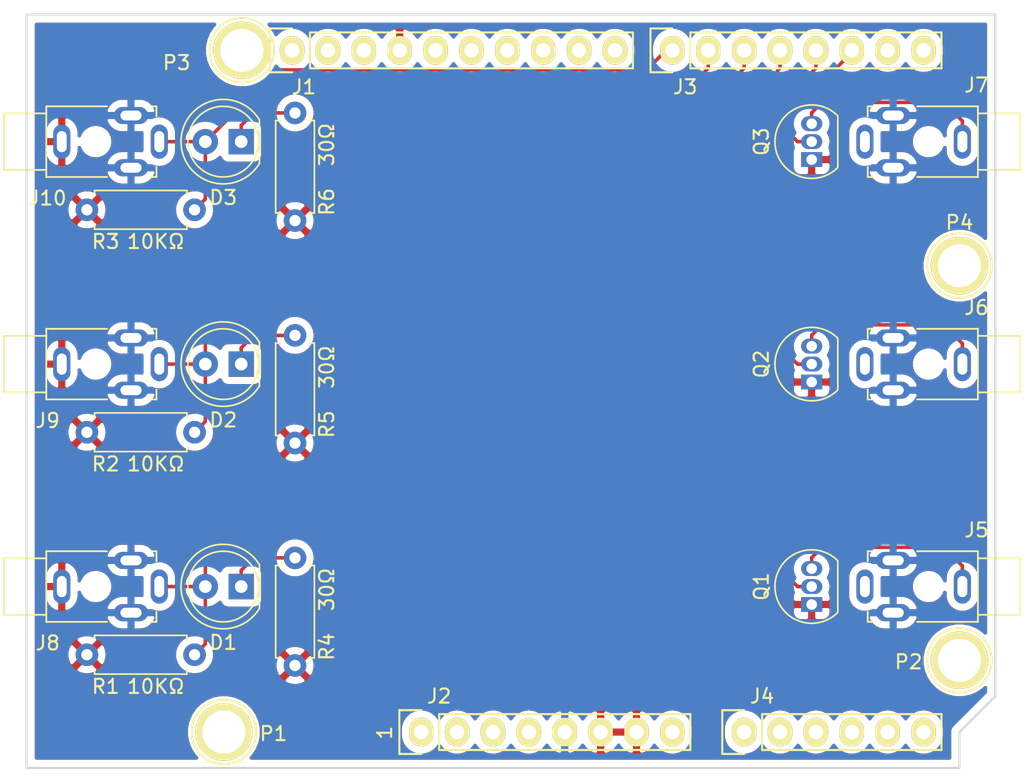
<source format=kicad_pcb>
(kicad_pcb (version 20171130) (host pcbnew "(5.1.5)-3")
  (title_block (date "lun. 30 mars 2015"))
  (layers (0 F.Cu signal) (31 B.Cu signal) (34 B.Paste user hide) (35 F.Paste user hide) (36 B.SilkS user) (37 F.SilkS user) (38 B.Mask user hide) (39 F.Mask user hide) (44 Edge.Cuts user))
  (net 0 "")
  (net 1 GND)
  (net 2 "3(**)")
  (net 3 "Net-(D1-Pad1)")
  (net 4 +5V)
  (net 5 "Net-(J5-Pad1)")
  (net 6 2)
  (net 7 4)
  (net 8 "5(**)")
  (net 9 "6(**)")
  (net 10 7)
  (net 11 "Net-(D2-Pad1)")
  (net 12 "Net-(D3-Pad1)")
  (net 13 "Net-(J6-Pad1)")
  (net 14 "Net-(J7-Pad1)")
  (module conduWIT_parts:TO-92_Inline (layer F.Cu) (at 166.578 99.046 90)
    (fp_text reference Q2 (at 1.27 -3.56 90) (layer F.SilkS))
    (fp_text value PN2222A)
    (fp_arc (start 1.27 0) (end 1.27 -2.6) (angle 135) (layer F.SilkS) (width 0.12))
    (fp_arc (start 1.27 0) (end 1.27 -2.6) (angle -135) (layer F.SilkS) (width 0.12))
    (fp_line (start -0.53 1.85) (end 3.07 1.85) (layer F.SilkS) (width 0.12))
    (pad 1 thru_hole rect (at 0 0 90) (size 1.05 1.5) (drill 0.75) (layers *.Cu *.Mask) (net 1 GND))
    (pad 3 thru_hole oval (at 2.54 0 90) (size 1.05 1.5) (drill 0.75) (layers *.Cu *.Mask) (net 13 "Net-(J6-Pad1)"))
    (pad 2 thru_hole oval (at 1.27 0 90) (size 1.05 1.5) (drill 0.75) (layers *.Cu *.Mask) (net 2 "3(**)"))
  )
  (module conduWIT_parts:TO-92_Inline (layer F.Cu) (at 166.578 114.794 90)
    (fp_text reference Q1 (at 1.27 -3.56 90) (layer F.SilkS))
    (fp_text value PN2222A)
    (fp_arc (start 1.27 0) (end 1.27 -2.6) (angle 135) (layer F.SilkS) (width 0.12))
    (fp_arc (start 1.27 0) (end 1.27 -2.6) (angle -135) (layer F.SilkS) (width 0.12))
    (fp_line (start -0.53 1.85) (end 3.07 1.85) (layer F.SilkS) (width 0.12))
    (pad 1 thru_hole rect (at 0 0 90) (size 1.05 1.5) (drill 0.75) (layers *.Cu *.Mask) (net 1 GND))
    (pad 3 thru_hole oval (at 2.54 0 90) (size 1.05 1.5) (drill 0.75) (layers *.Cu *.Mask) (net 5 "Net-(J5-Pad1)"))
    (pad 2 thru_hole oval (at 1.27 0 90) (size 1.05 1.5) (drill 0.75) (layers *.Cu *.Mask) (net 7 4))
  )
  (module conduWIT_parts:TO-92_Inline (layer F.Cu) (at 166.578 83.298 90)
    (fp_text reference Q3 (at 1.27 -3.56 90) (layer F.SilkS))
    (fp_text value PN2222A)
    (fp_arc (start 1.27 0) (end 1.27 -2.6) (angle 135) (layer F.SilkS) (width 0.12))
    (fp_arc (start 1.27 0) (end 1.27 -2.6) (angle -135) (layer F.SilkS) (width 0.12))
    (fp_line (start -0.53 1.85) (end 3.07 1.85) (layer F.SilkS) (width 0.12))
    (pad 1 thru_hole rect (at 0 0 90) (size 1.05 1.5) (drill 0.75) (layers *.Cu *.Mask) (net 1 GND))
    (pad 3 thru_hole oval (at 2.54 0 90) (size 1.05 1.5) (drill 0.75) (layers *.Cu *.Mask) (net 14 "Net-(J7-Pad1)"))
    (pad 2 thru_hole oval (at 1.27 0 90) (size 1.05 1.5) (drill 0.75) (layers *.Cu *.Mask) (net 6 2))
  )
  (module conduWIT_parts:R_Axial_DIN0207_L6.3mm_D2.5mm_P7.62mm_Horizontal (layer F.Cu) (at 130.002 103.364 90)
    (fp_text reference R5 (at 0.25 2.25 90) (layer F.SilkS) (effects (justify left)))
    (fp_text value 30Ω (at 7 2.25 270) (layer F.SilkS) (effects (justify right)))
    (fp_line (start 7.08 1.37) (end 7.08 1.04) (layer F.SilkS) (width 0.12))
    (fp_line (start 0.54 1.37) (end 7.08 1.37) (layer F.SilkS) (width 0.12))
    (fp_line (start 0.54 1.04) (end 0.54 1.37) (layer F.SilkS) (width 0.12))
    (fp_line (start 7.08 -1.37) (end 7.08 -1.04) (layer F.SilkS) (width 0.12))
    (fp_line (start 0.54 -1.37) (end 7.08 -1.37) (layer F.SilkS) (width 0.12))
    (fp_line (start 0.54 -1.04) (end 0.54 -1.37) (layer F.SilkS) (width 0.12))
    (pad 2 thru_hole oval (at 7.62 0 90) (size 1.6 1.6) (drill 0.8) (layers *.Cu *.Mask) (net 11 "Net-(D2-Pad1)"))
    (pad 1 thru_hole circle (at 0 0 90) (size 1.6 1.6) (drill 0.8) (layers *.Cu *.Mask) (net 1 GND))
  )
  (module conduWIT_parts:R_Axial_DIN0207_L6.3mm_D2.5mm_P7.62mm_Horizontal (layer F.Cu) (at 130.002 119.112 90)
    (fp_text reference R4 (at 0.25 2.25 90) (layer F.SilkS) (effects (justify left)))
    (fp_text value 30Ω (at 7 2.25 270) (layer F.SilkS) (effects (justify right)))
    (fp_line (start 7.08 1.37) (end 7.08 1.04) (layer F.SilkS) (width 0.12))
    (fp_line (start 0.54 1.37) (end 7.08 1.37) (layer F.SilkS) (width 0.12))
    (fp_line (start 0.54 1.04) (end 0.54 1.37) (layer F.SilkS) (width 0.12))
    (fp_line (start 7.08 -1.37) (end 7.08 -1.04) (layer F.SilkS) (width 0.12))
    (fp_line (start 0.54 -1.37) (end 7.08 -1.37) (layer F.SilkS) (width 0.12))
    (fp_line (start 0.54 -1.04) (end 0.54 -1.37) (layer F.SilkS) (width 0.12))
    (pad 2 thru_hole oval (at 7.62 0 90) (size 1.6 1.6) (drill 0.8) (layers *.Cu *.Mask) (net 3 "Net-(D1-Pad1)"))
    (pad 1 thru_hole circle (at 0 0 90) (size 1.6 1.6) (drill 0.8) (layers *.Cu *.Mask) (net 1 GND))
  )
  (module conduWIT_parts:R_Axial_DIN0207_L6.3mm_D2.5mm_P7.62mm_Horizontal (layer F.Cu) (at 115.27 102.602)
    (fp_text reference R2 (at 0.25 2.25) (layer F.SilkS) (effects (justify left)))
    (fp_text value 10KΩ (at 7 2.25 180) (layer F.SilkS) (effects (justify right)))
    (fp_line (start 7.08 1.37) (end 7.08 1.04) (layer F.SilkS) (width 0.12))
    (fp_line (start 0.54 1.37) (end 7.08 1.37) (layer F.SilkS) (width 0.12))
    (fp_line (start 0.54 1.04) (end 0.54 1.37) (layer F.SilkS) (width 0.12))
    (fp_line (start 7.08 -1.37) (end 7.08 -1.04) (layer F.SilkS) (width 0.12))
    (fp_line (start 0.54 -1.37) (end 7.08 -1.37) (layer F.SilkS) (width 0.12))
    (fp_line (start 0.54 -1.04) (end 0.54 -1.37) (layer F.SilkS) (width 0.12))
    (pad 2 thru_hole oval (at 7.62 0) (size 1.6 1.6) (drill 0.8) (layers *.Cu *.Mask) (net 9 "6(**)"))
    (pad 1 thru_hole circle (at 0 0) (size 1.6 1.6) (drill 0.8) (layers *.Cu *.Mask) (net 1 GND))
  )
  (module conduWIT_parts:R_Axial_DIN0207_L6.3mm_D2.5mm_P7.62mm_Horizontal (layer F.Cu) (at 115.27 118.35)
    (fp_text reference R1 (at 0.25 2.25) (layer F.SilkS) (effects (justify left)))
    (fp_text value 10KΩ (at 7 2.25 180) (layer F.SilkS) (effects (justify right)))
    (fp_line (start 7.08 1.37) (end 7.08 1.04) (layer F.SilkS) (width 0.12))
    (fp_line (start 0.54 1.37) (end 7.08 1.37) (layer F.SilkS) (width 0.12))
    (fp_line (start 0.54 1.04) (end 0.54 1.37) (layer F.SilkS) (width 0.12))
    (fp_line (start 7.08 -1.37) (end 7.08 -1.04) (layer F.SilkS) (width 0.12))
    (fp_line (start 0.54 -1.37) (end 7.08 -1.37) (layer F.SilkS) (width 0.12))
    (fp_line (start 0.54 -1.04) (end 0.54 -1.37) (layer F.SilkS) (width 0.12))
    (pad 2 thru_hole oval (at 7.62 0) (size 1.6 1.6) (drill 0.8) (layers *.Cu *.Mask) (net 8 "5(**)"))
    (pad 1 thru_hole circle (at 0 0) (size 1.6 1.6) (drill 0.8) (layers *.Cu *.Mask) (net 1 GND))
  )
  (module conduWIT_parts:R_Axial_DIN0207_L6.3mm_D2.5mm_P7.62mm_Horizontal (layer F.Cu) (at 130.002 87.616 90)
    (fp_text reference R6 (at 0.25 2.25 90) (layer F.SilkS) (effects (justify left)))
    (fp_text value 30Ω (at 7 2.25 270) (layer F.SilkS) (effects (justify right)))
    (fp_line (start 7.08 1.37) (end 7.08 1.04) (layer F.SilkS) (width 0.12))
    (fp_line (start 0.54 1.37) (end 7.08 1.37) (layer F.SilkS) (width 0.12))
    (fp_line (start 0.54 1.04) (end 0.54 1.37) (layer F.SilkS) (width 0.12))
    (fp_line (start 7.08 -1.37) (end 7.08 -1.04) (layer F.SilkS) (width 0.12))
    (fp_line (start 0.54 -1.37) (end 7.08 -1.37) (layer F.SilkS) (width 0.12))
    (fp_line (start 0.54 -1.04) (end 0.54 -1.37) (layer F.SilkS) (width 0.12))
    (pad 2 thru_hole oval (at 7.62 0 90) (size 1.6 1.6) (drill 0.8) (layers *.Cu *.Mask) (net 12 "Net-(D3-Pad1)"))
    (pad 1 thru_hole circle (at 0 0 90) (size 1.6 1.6) (drill 0.8) (layers *.Cu *.Mask) (net 1 GND))
  )
  (module conduWIT_parts:R_Axial_DIN0207_L6.3mm_D2.5mm_P7.62mm_Horizontal (layer F.Cu) (at 115.27 86.854)
    (fp_text reference R3 (at 0.25 2.25) (layer F.SilkS) (effects (justify left)))
    (fp_text value 10KΩ (at 7 2.25 180) (layer F.SilkS) (effects (justify right)))
    (fp_line (start 7.08 1.37) (end 7.08 1.04) (layer F.SilkS) (width 0.12))
    (fp_line (start 0.54 1.37) (end 7.08 1.37) (layer F.SilkS) (width 0.12))
    (fp_line (start 0.54 1.04) (end 0.54 1.37) (layer F.SilkS) (width 0.12))
    (fp_line (start 7.08 -1.37) (end 7.08 -1.04) (layer F.SilkS) (width 0.12))
    (fp_line (start 0.54 -1.37) (end 7.08 -1.37) (layer F.SilkS) (width 0.12))
    (fp_line (start 0.54 -1.04) (end 0.54 -1.37) (layer F.SilkS) (width 0.12))
    (pad 2 thru_hole oval (at 7.62 0) (size 1.6 1.6) (drill 0.8) (layers *.Cu *.Mask) (net 10 7))
    (pad 1 thru_hole circle (at 0 0) (size 1.6 1.6) (drill 0.8) (layers *.Cu *.Mask) (net 1 GND))
  )
  (module conduWIT_parts:LED_D5.0mm (layer F.Cu) (at 126.192 97.776 180)
    (fp_text reference D2 (at 1.27 -3.96) (layer F.SilkS))
    (fp_text value LED)
    (fp_line (start -1.29 -1.545) (end -1.29 1.545) (layer F.SilkS) (width 0.12))
    (fp_circle (center 1.27 0) (end 3.77 0) (layer F.SilkS) (width 0.12))
    (fp_arc (start 1.27 0) (end -1.29 1.54483) (angle -148.9) (layer F.SilkS) (width 0.12))
    (fp_arc (start 1.27 0) (end -1.29 -1.54483) (angle 148.9) (layer F.SilkS) (width 0.12))
    (pad 2 thru_hole circle (at 2.54 0 180) (size 1.8 1.8) (drill 0.9) (layers *.Cu *.Mask) (net 9 "6(**)"))
    (pad 1 thru_hole rect (at 0 0 180) (size 1.8 1.8) (drill 0.9) (layers *.Cu *.Mask) (net 11 "Net-(D2-Pad1)"))
  )
  (module conduWIT_parts:LED_D5.0mm (layer F.Cu) (at 126.192 113.524 180)
    (fp_text reference D1 (at 1.27 -3.96) (layer F.SilkS))
    (fp_text value LED)
    (fp_line (start -1.29 -1.545) (end -1.29 1.545) (layer F.SilkS) (width 0.12))
    (fp_circle (center 1.27 0) (end 3.77 0) (layer F.SilkS) (width 0.12))
    (fp_arc (start 1.27 0) (end -1.29 1.54483) (angle -148.9) (layer F.SilkS) (width 0.12))
    (fp_arc (start 1.27 0) (end -1.29 -1.54483) (angle 148.9) (layer F.SilkS) (width 0.12))
    (pad 2 thru_hole circle (at 2.54 0 180) (size 1.8 1.8) (drill 0.9) (layers *.Cu *.Mask) (net 8 "5(**)"))
    (pad 1 thru_hole rect (at 0 0 180) (size 1.8 1.8) (drill 0.9) (layers *.Cu *.Mask) (net 3 "Net-(D1-Pad1)"))
  )
  (module conduWIT_parts:LED_D5.0mm (layer F.Cu) (at 126.192 82.028 180)
    (fp_text reference D3 (at 1.27 -3.96) (layer F.SilkS))
    (fp_text value LED)
    (fp_line (start -1.29 -1.545) (end -1.29 1.545) (layer F.SilkS) (width 0.12))
    (fp_circle (center 1.27 0) (end 3.77 0) (layer F.SilkS) (width 0.12))
    (fp_arc (start 1.27 0) (end -1.29 1.54483) (angle -148.9) (layer F.SilkS) (width 0.12))
    (fp_arc (start 1.27 0) (end -1.29 -1.54483) (angle 148.9) (layer F.SilkS) (width 0.12))
    (pad 2 thru_hole circle (at 2.54 0 180) (size 1.8 1.8) (drill 0.9) (layers *.Cu *.Mask) (net 10 7))
    (pad 1 thru_hole rect (at 0 0 180) (size 1.8 1.8) (drill 0.9) (layers *.Cu *.Mask) (net 12 "Net-(D3-Pad1)"))
  )
  (module conduWIT_parts:CUI_SJ1-2503A (layer F.Cu) (at 113.492 97.776 90)
    (fp_text reference J9 (at -4 -1) (layer F.SilkS))
    (fp_text value SJ1-2503A)
    (fp_line (start 2.5 -1.1) (end 2.5 3.2) (layer F.SilkS) (width 0.127))
    (fp_line (start -2.5 3.2) (end -2.5 -1.1) (layer F.SilkS) (width 0.127))
    (fp_line (start -2.5 -1.1) (end -2 -1.1) (layer F.SilkS) (width 0.127))
    (fp_line (start -2 -1.1) (end 2 -1.1) (layer F.SilkS) (width 0.127))
    (fp_line (start 2 -1.1) (end 2.5 -1.1) (layer F.SilkS) (width 0.127))
    (fp_line (start 1.8 6.7) (end 2.5 6.7) (layer F.SilkS) (width 0.127))
    (fp_line (start 2.5 6.7) (end 2.5 6.4) (layer F.SilkS) (width 0.127))
    (fp_line (start -1.8 6.7) (end -2.5 6.7) (layer F.SilkS) (width 0.127))
    (fp_line (start -2.5 6.7) (end -2.5 6.4) (layer F.SilkS) (width 0.127))
    (fp_line (start 2 -1.1) (end 2 -4.1) (layer F.SilkS) (width 0.127))
    (fp_line (start 2 -4.1) (end -2 -4.1) (layer F.SilkS) (width 0.127))
    (fp_line (start -2 -4.1) (end -2 -1.1) (layer F.SilkS) (width 0.127))
    (pad None np_thru_hole circle (at 0 2.4 90) (size 1.2 1.2) (drill 1.2) (layers *.Cu *.Mask))
    (pad 1 thru_hole oval (at 0 0 90) (size 2.416 1.208) (drill oval 1.5 0.7) (layers *.Cu *.Mask) (net 1 GND))
    (pad 2 thru_hole oval (at -1.85 4.9 90) (size 1.208 2.416) (drill oval 0.7 1.5) (layers *.Cu *.Mask) (net 4 +5V))
    (pad 3 thru_hole oval (at 1.85 4.9 90) (size 1.208 2.416) (drill oval 0.7 1.5) (layers *.Cu *.Mask) (net 4 +5V))
    (pad 4 thru_hole oval (at 0 6.9 90) (size 2.416 1.208) (drill oval 1.5 0.7) (layers *.Cu *.Mask) (net 9 "6(**)"))
  )
  (module conduWIT_parts:CUI_SJ1-2503A (layer F.Cu) (at 113.492 113.524 90)
    (fp_text reference J8 (at -4 -1) (layer F.SilkS))
    (fp_text value SJ1-2503A)
    (fp_line (start 2.5 -1.1) (end 2.5 3.2) (layer F.SilkS) (width 0.127))
    (fp_line (start -2.5 3.2) (end -2.5 -1.1) (layer F.SilkS) (width 0.127))
    (fp_line (start -2.5 -1.1) (end -2 -1.1) (layer F.SilkS) (width 0.127))
    (fp_line (start -2 -1.1) (end 2 -1.1) (layer F.SilkS) (width 0.127))
    (fp_line (start 2 -1.1) (end 2.5 -1.1) (layer F.SilkS) (width 0.127))
    (fp_line (start 1.8 6.7) (end 2.5 6.7) (layer F.SilkS) (width 0.127))
    (fp_line (start 2.5 6.7) (end 2.5 6.4) (layer F.SilkS) (width 0.127))
    (fp_line (start -1.8 6.7) (end -2.5 6.7) (layer F.SilkS) (width 0.127))
    (fp_line (start -2.5 6.7) (end -2.5 6.4) (layer F.SilkS) (width 0.127))
    (fp_line (start 2 -1.1) (end 2 -4.1) (layer F.SilkS) (width 0.127))
    (fp_line (start 2 -4.1) (end -2 -4.1) (layer F.SilkS) (width 0.127))
    (fp_line (start -2 -4.1) (end -2 -1.1) (layer F.SilkS) (width 0.127))
    (pad None np_thru_hole circle (at 0 2.4 90) (size 1.2 1.2) (drill 1.2) (layers *.Cu *.Mask))
    (pad 1 thru_hole oval (at 0 0 90) (size 2.416 1.208) (drill oval 1.5 0.7) (layers *.Cu *.Mask) (net 1 GND))
    (pad 2 thru_hole oval (at -1.85 4.9 90) (size 1.208 2.416) (drill oval 0.7 1.5) (layers *.Cu *.Mask) (net 4 +5V))
    (pad 3 thru_hole oval (at 1.85 4.9 90) (size 1.208 2.416) (drill oval 0.7 1.5) (layers *.Cu *.Mask) (net 4 +5V))
    (pad 4 thru_hole oval (at 0 6.9 90) (size 2.416 1.208) (drill oval 1.5 0.7) (layers *.Cu *.Mask) (net 8 "5(**)"))
  )
  (module conduWIT_parts:CUI_SJ1-2503A (layer F.Cu) (at 177.246 97.776 270)
    (fp_text reference J6 (at -4 -1) (layer F.SilkS))
    (fp_text value SJ1-2503A)
    (fp_line (start 2.5 -1.1) (end 2.5 3.2) (layer F.SilkS) (width 0.127))
    (fp_line (start -2.5 3.2) (end -2.5 -1.1) (layer F.SilkS) (width 0.127))
    (fp_line (start -2.5 -1.1) (end -2 -1.1) (layer F.SilkS) (width 0.127))
    (fp_line (start -2 -1.1) (end 2 -1.1) (layer F.SilkS) (width 0.127))
    (fp_line (start 2 -1.1) (end 2.5 -1.1) (layer F.SilkS) (width 0.127))
    (fp_line (start 1.8 6.7) (end 2.5 6.7) (layer F.SilkS) (width 0.127))
    (fp_line (start 2.5 6.7) (end 2.5 6.4) (layer F.SilkS) (width 0.127))
    (fp_line (start -1.8 6.7) (end -2.5 6.7) (layer F.SilkS) (width 0.127))
    (fp_line (start -2.5 6.7) (end -2.5 6.4) (layer F.SilkS) (width 0.127))
    (fp_line (start 2 -1.1) (end 2 -4.1) (layer F.SilkS) (width 0.127))
    (fp_line (start 2 -4.1) (end -2 -4.1) (layer F.SilkS) (width 0.127))
    (fp_line (start -2 -4.1) (end -2 -1.1) (layer F.SilkS) (width 0.127))
    (pad None np_thru_hole circle (at 0 2.4 270) (size 1.2 1.2) (drill 1.2) (layers *.Cu *.Mask))
    (pad 1 thru_hole oval (at 0 0 270) (size 2.416 1.208) (drill oval 1.5 0.7) (layers *.Cu *.Mask) (net 13 "Net-(J6-Pad1)"))
    (pad 2 thru_hole oval (at -1.85 4.9 270) (size 1.208 2.416) (drill oval 0.7 1.5) (layers *.Cu *.Mask) (net 4 +5V))
    (pad 3 thru_hole oval (at 1.85 4.9 270) (size 1.208 2.416) (drill oval 0.7 1.5) (layers *.Cu *.Mask) (net 4 +5V))
    (pad 4 thru_hole oval (at 0 6.9 270) (size 2.416 1.208) (drill oval 1.5 0.7) (layers *.Cu *.Mask))
  )
  (module conduWIT_parts:CUI_SJ1-2503A (layer F.Cu) (at 177.246 113.524 270)
    (fp_text reference J5 (at -4 -1) (layer F.SilkS))
    (fp_text value SJ1-2503A)
    (fp_line (start 2.5 -1.1) (end 2.5 3.2) (layer F.SilkS) (width 0.127))
    (fp_line (start -2.5 3.2) (end -2.5 -1.1) (layer F.SilkS) (width 0.127))
    (fp_line (start -2.5 -1.1) (end -2 -1.1) (layer F.SilkS) (width 0.127))
    (fp_line (start -2 -1.1) (end 2 -1.1) (layer F.SilkS) (width 0.127))
    (fp_line (start 2 -1.1) (end 2.5 -1.1) (layer F.SilkS) (width 0.127))
    (fp_line (start 1.8 6.7) (end 2.5 6.7) (layer F.SilkS) (width 0.127))
    (fp_line (start 2.5 6.7) (end 2.5 6.4) (layer F.SilkS) (width 0.127))
    (fp_line (start -1.8 6.7) (end -2.5 6.7) (layer F.SilkS) (width 0.127))
    (fp_line (start -2.5 6.7) (end -2.5 6.4) (layer F.SilkS) (width 0.127))
    (fp_line (start 2 -1.1) (end 2 -4.1) (layer F.SilkS) (width 0.127))
    (fp_line (start 2 -4.1) (end -2 -4.1) (layer F.SilkS) (width 0.127))
    (fp_line (start -2 -4.1) (end -2 -1.1) (layer F.SilkS) (width 0.127))
    (pad None np_thru_hole circle (at 0 2.4 270) (size 1.2 1.2) (drill 1.2) (layers *.Cu *.Mask))
    (pad 1 thru_hole oval (at 0 0 270) (size 2.416 1.208) (drill oval 1.5 0.7) (layers *.Cu *.Mask) (net 5 "Net-(J5-Pad1)"))
    (pad 2 thru_hole oval (at -1.85 4.9 270) (size 1.208 2.416) (drill oval 0.7 1.5) (layers *.Cu *.Mask) (net 4 +5V))
    (pad 3 thru_hole oval (at 1.85 4.9 270) (size 1.208 2.416) (drill oval 0.7 1.5) (layers *.Cu *.Mask) (net 4 +5V))
    (pad 4 thru_hole oval (at 0 6.9 270) (size 2.416 1.208) (drill oval 1.5 0.7) (layers *.Cu *.Mask))
  )
  (module conduWIT_parts:CUI_SJ1-2503A (layer F.Cu) (at 177.246 82.028 270)
    (fp_text reference J7 (at -4 -1) (layer F.SilkS))
    (fp_text value SJ1-2503A)
    (fp_line (start 2.5 -1.1) (end 2.5 3.2) (layer F.SilkS) (width 0.127))
    (fp_line (start -2.5 3.2) (end -2.5 -1.1) (layer F.SilkS) (width 0.127))
    (fp_line (start -2.5 -1.1) (end -2 -1.1) (layer F.SilkS) (width 0.127))
    (fp_line (start -2 -1.1) (end 2 -1.1) (layer F.SilkS) (width 0.127))
    (fp_line (start 2 -1.1) (end 2.5 -1.1) (layer F.SilkS) (width 0.127))
    (fp_line (start 1.8 6.7) (end 2.5 6.7) (layer F.SilkS) (width 0.127))
    (fp_line (start 2.5 6.7) (end 2.5 6.4) (layer F.SilkS) (width 0.127))
    (fp_line (start -1.8 6.7) (end -2.5 6.7) (layer F.SilkS) (width 0.127))
    (fp_line (start -2.5 6.7) (end -2.5 6.4) (layer F.SilkS) (width 0.127))
    (fp_line (start 2 -1.1) (end 2 -4.1) (layer F.SilkS) (width 0.127))
    (fp_line (start 2 -4.1) (end -2 -4.1) (layer F.SilkS) (width 0.127))
    (fp_line (start -2 -4.1) (end -2 -1.1) (layer F.SilkS) (width 0.127))
    (pad None np_thru_hole circle (at 0 2.4 270) (size 1.2 1.2) (drill 1.2) (layers *.Cu *.Mask))
    (pad 1 thru_hole oval (at 0 0 270) (size 2.416 1.208) (drill oval 1.5 0.7) (layers *.Cu *.Mask) (net 14 "Net-(J7-Pad1)"))
    (pad 2 thru_hole oval (at -1.85 4.9 270) (size 1.208 2.416) (drill oval 0.7 1.5) (layers *.Cu *.Mask) (net 4 +5V))
    (pad 3 thru_hole oval (at 1.85 4.9 270) (size 1.208 2.416) (drill oval 0.7 1.5) (layers *.Cu *.Mask) (net 4 +5V))
    (pad 4 thru_hole oval (at 0 6.9 270) (size 2.416 1.208) (drill oval 1.5 0.7) (layers *.Cu *.Mask))
  )
  (module conduWIT_parts:CUI_SJ1-2503A (layer F.Cu) (at 113.492 82.028 90)
    (fp_text reference J10 (at -4 -1) (layer F.SilkS))
    (fp_text value SJ1-2503A)
    (fp_line (start 2.5 -1.1) (end 2.5 3.2) (layer F.SilkS) (width 0.127))
    (fp_line (start -2.5 3.2) (end -2.5 -1.1) (layer F.SilkS) (width 0.127))
    (fp_line (start -2.5 -1.1) (end -2 -1.1) (layer F.SilkS) (width 0.127))
    (fp_line (start -2 -1.1) (end 2 -1.1) (layer F.SilkS) (width 0.127))
    (fp_line (start 2 -1.1) (end 2.5 -1.1) (layer F.SilkS) (width 0.127))
    (fp_line (start 1.8 6.7) (end 2.5 6.7) (layer F.SilkS) (width 0.127))
    (fp_line (start 2.5 6.7) (end 2.5 6.4) (layer F.SilkS) (width 0.127))
    (fp_line (start -1.8 6.7) (end -2.5 6.7) (layer F.SilkS) (width 0.127))
    (fp_line (start -2.5 6.7) (end -2.5 6.4) (layer F.SilkS) (width 0.127))
    (fp_line (start 2 -1.1) (end 2 -4.1) (layer F.SilkS) (width 0.127))
    (fp_line (start 2 -4.1) (end -2 -4.1) (layer F.SilkS) (width 0.127))
    (fp_line (start -2 -4.1) (end -2 -1.1) (layer F.SilkS) (width 0.127))
    (pad None np_thru_hole circle (at 0 2.4 90) (size 1.2 1.2) (drill 1.2) (layers *.Cu *.Mask))
    (pad 1 thru_hole oval (at 0 0 90) (size 2.416 1.208) (drill oval 1.5 0.7) (layers *.Cu *.Mask) (net 1 GND))
    (pad 2 thru_hole oval (at -1.85 4.9 90) (size 1.208 2.416) (drill oval 0.7 1.5) (layers *.Cu *.Mask) (net 4 +5V))
    (pad 3 thru_hole oval (at 1.85 4.9 90) (size 1.208 2.416) (drill oval 0.7 1.5) (layers *.Cu *.Mask) (net 4 +5V))
    (pad 4 thru_hole oval (at 0 6.9 90) (size 2.416 1.208) (drill oval 1.5 0.7) (layers *.Cu *.Mask) (net 10 7))
  )
  (module conduWIT_parts:Socket_Strip_Arduino_1x10 (layer F.Cu) (at 129.794 75.565)
    (fp_text reference J1 (at 0.843 2.5895) (layer F.SilkS))
    (fp_text value Conn_01x10)
    (fp_line (start -1.55 -1.55) (end -1.55 1.55) (layer F.SilkS) (width 0.15))
    (fp_line (start 0 -1.55) (end -1.55 -1.55) (layer F.SilkS) (width 0.15))
    (fp_line (start 1.27 1.27) (end 1.27 -1.27) (layer F.SilkS) (width 0.15))
    (fp_line (start -1.55 1.55) (end 0 1.55) (layer F.SilkS) (width 0.15))
    (fp_line (start 24.13 -1.27) (end 1.27 -1.27) (layer F.SilkS) (width 0.15))
    (fp_line (start 24.13 1.27) (end 24.13 -1.27) (layer F.SilkS) (width 0.15))
    (fp_line (start 1.27 1.27) (end 24.13 1.27) (layer F.SilkS) (width 0.15))
    (pad 10 thru_hole oval (at 22.86 0) (size 1.7272 2.032) (drill 1.016) (layers *.Cu *.Mask F.SilkS))
    (pad 9 thru_hole oval (at 20.32 0) (size 1.7272 2.032) (drill 1.016) (layers *.Cu *.Mask F.SilkS))
    (pad 8 thru_hole oval (at 17.78 0) (size 1.7272 2.032) (drill 1.016) (layers *.Cu *.Mask F.SilkS))
    (pad 7 thru_hole oval (at 15.24 0) (size 1.7272 2.032) (drill 1.016) (layers *.Cu *.Mask F.SilkS))
    (pad 6 thru_hole oval (at 12.7 0) (size 1.7272 2.032) (drill 1.016) (layers *.Cu *.Mask F.SilkS))
    (pad 5 thru_hole oval (at 10.16 0) (size 1.7272 2.032) (drill 1.016) (layers *.Cu *.Mask F.SilkS))
    (pad 4 thru_hole oval (at 7.62 0) (size 1.7272 2.032) (drill 1.016) (layers *.Cu *.Mask F.SilkS) (net 1 GND))
    (pad 3 thru_hole oval (at 5.08 0) (size 1.7272 2.032) (drill 1.016) (layers *.Cu *.Mask F.SilkS))
    (pad 2 thru_hole oval (at 2.54 0) (size 1.7272 2.032) (drill 1.016) (layers *.Cu *.Mask F.SilkS))
    (pad 1 thru_hole oval (at 0 0) (size 1.7272 2.032) (drill 1.016) (layers *.Cu *.Mask F.SilkS))
  )
  (module conduWIT_parts:Socket_Strip_Arduino_1x08 (layer F.Cu) (at 156.718 75.565)
    (fp_text reference J3 (at 0.9065 2.5895) (layer F.SilkS))
    (fp_text value Conn_01x08)
    (fp_line (start -1.55 -1.55) (end -1.55 1.55) (layer F.SilkS) (width 0.15))
    (fp_line (start 0 -1.55) (end -1.55 -1.55) (layer F.SilkS) (width 0.15))
    (fp_line (start 1.27 1.27) (end 1.27 -1.27) (layer F.SilkS) (width 0.15))
    (fp_line (start -1.55 1.55) (end 0 1.55) (layer F.SilkS) (width 0.15))
    (fp_line (start 19.05 -1.27) (end 1.27 -1.27) (layer F.SilkS) (width 0.15))
    (fp_line (start 19.05 1.27) (end 19.05 -1.27) (layer F.SilkS) (width 0.15))
    (fp_line (start 1.27 1.27) (end 19.05 1.27) (layer F.SilkS) (width 0.15))
    (pad 8 thru_hole oval (at 17.78 0) (size 1.7272 2.032) (drill 1.016) (layers *.Cu *.Mask F.SilkS))
    (pad 7 thru_hole oval (at 15.24 0) (size 1.7272 2.032) (drill 1.016) (layers *.Cu *.Mask F.SilkS))
    (pad 6 thru_hole oval (at 12.7 0) (size 1.7272 2.032) (drill 1.016) (layers *.Cu *.Mask F.SilkS) (net 6 2))
    (pad 5 thru_hole oval (at 10.16 0) (size 1.7272 2.032) (drill 1.016) (layers *.Cu *.Mask F.SilkS) (net 2 "3(**)"))
    (pad 4 thru_hole oval (at 7.62 0) (size 1.7272 2.032) (drill 1.016) (layers *.Cu *.Mask F.SilkS) (net 7 4))
    (pad 3 thru_hole oval (at 5.08 0) (size 1.7272 2.032) (drill 1.016) (layers *.Cu *.Mask F.SilkS) (net 8 "5(**)"))
    (pad 2 thru_hole oval (at 2.54 0) (size 1.7272 2.032) (drill 1.016) (layers *.Cu *.Mask F.SilkS) (net 9 "6(**)"))
    (pad 1 thru_hole oval (at 0 0) (size 1.7272 2.032) (drill 1.016) (layers *.Cu *.Mask F.SilkS) (net 10 7))
  )
  (module conduWIT_parts:Socket_Strip_Arduino_1x08 (layer F.Cu) (at 138.938 123.825)
    (fp_text reference J2 (at 1.27 -2.54) (layer F.SilkS))
    (fp_text value Conn_01x08)
    (fp_line (start -1.55 -1.55) (end -1.55 1.55) (layer F.SilkS) (width 0.15))
    (fp_line (start 0 -1.55) (end -1.55 -1.55) (layer F.SilkS) (width 0.15))
    (fp_line (start 1.27 1.27) (end 1.27 -1.27) (layer F.SilkS) (width 0.15))
    (fp_line (start -1.55 1.55) (end 0 1.55) (layer F.SilkS) (width 0.15))
    (fp_line (start 19.05 -1.27) (end 1.27 -1.27) (layer F.SilkS) (width 0.15))
    (fp_line (start 19.05 1.27) (end 19.05 -1.27) (layer F.SilkS) (width 0.15))
    (fp_line (start 1.27 1.27) (end 19.05 1.27) (layer F.SilkS) (width 0.15))
    (pad 8 thru_hole oval (at 17.78 0) (size 1.7272 2.032) (drill 1.016) (layers *.Cu *.Mask F.SilkS))
    (pad 7 thru_hole oval (at 15.24 0) (size 1.7272 2.032) (drill 1.016) (layers *.Cu *.Mask F.SilkS) (net 1 GND))
    (pad 6 thru_hole oval (at 12.7 0) (size 1.7272 2.032) (drill 1.016) (layers *.Cu *.Mask F.SilkS) (net 1 GND))
    (pad 5 thru_hole oval (at 10.16 0) (size 1.7272 2.032) (drill 1.016) (layers *.Cu *.Mask F.SilkS) (net 4 +5V))
    (pad 4 thru_hole oval (at 7.62 0) (size 1.7272 2.032) (drill 1.016) (layers *.Cu *.Mask F.SilkS))
    (pad 3 thru_hole oval (at 5.08 0) (size 1.7272 2.032) (drill 1.016) (layers *.Cu *.Mask F.SilkS))
    (pad 2 thru_hole oval (at 2.54 0) (size 1.7272 2.032) (drill 1.016) (layers *.Cu *.Mask F.SilkS))
    (pad 1 thru_hole oval (at 0 0) (size 1.7272 2.032) (drill 1.016) (layers *.Cu *.Mask F.SilkS))
  )
  (module conduWIT_parts:Socket_Strip_Arduino_1x06 (layer F.Cu) (at 161.798 123.825)
    (fp_text reference J4 (at 1.27 -2.54) (layer F.SilkS))
    (fp_text value Conn_01x06)
    (fp_line (start -1.55 -1.55) (end -1.55 1.55) (layer F.SilkS) (width 0.15))
    (fp_line (start 0 -1.55) (end -1.55 -1.55) (layer F.SilkS) (width 0.15))
    (fp_line (start 1.27 1.27) (end 1.27 -1.27) (layer F.SilkS) (width 0.15))
    (fp_line (start -1.55 1.55) (end 0 1.55) (layer F.SilkS) (width 0.15))
    (fp_line (start 13.97 -1.27) (end 1.27 -1.27) (layer F.SilkS) (width 0.15))
    (fp_line (start 13.97 1.27) (end 13.97 -1.27) (layer F.SilkS) (width 0.15))
    (fp_line (start 1.27 1.27) (end 13.97 1.27) (layer F.SilkS) (width 0.15))
    (pad 6 thru_hole oval (at 12.7 0) (size 1.7272 2.032) (drill 1.016) (layers *.Cu *.Mask F.SilkS))
    (pad 5 thru_hole oval (at 10.16 0) (size 1.7272 2.032) (drill 1.016) (layers *.Cu *.Mask F.SilkS))
    (pad 4 thru_hole oval (at 7.62 0) (size 1.7272 2.032) (drill 1.016) (layers *.Cu *.Mask F.SilkS))
    (pad 3 thru_hole oval (at 5.08 0) (size 1.7272 2.032) (drill 1.016) (layers *.Cu *.Mask F.SilkS))
    (pad 2 thru_hole oval (at 2.54 0) (size 1.7272 2.032) (drill 1.016) (layers *.Cu *.Mask F.SilkS))
    (pad 1 thru_hole oval (at 0 0) (size 1.7272 2.032) (drill 1.016) (layers *.Cu *.Mask F.SilkS))
  )
  (module Socket_Arduino_Uno:Arduino_1pin (layer F.Cu) (at 124.968 123.825)
    (fp_text reference P1 (at 3.51 0.113) (layer F.SilkS))
    (fp_text value CONN_01X01)
    (fp_circle (center 0 0) (end 0 -2.286) (layer F.SilkS) (width 0.15))
    (pad 1 thru_hole circle (at 0 0) (size 4.064 4.064) (drill 3.048) (layers *.Cu *.Mask F.SilkS))
  )
  (module Socket_Arduino_Uno:Arduino_1pin (layer F.Cu) (at 177.038 118.745)
    (fp_text reference P2 (at -3.602 0.113) (layer F.SilkS))
    (fp_text value CONN_01X01)
    (fp_circle (center 0 0) (end 0 -2.286) (layer F.SilkS) (width 0.15))
    (pad 1 thru_hole circle (at 0 0) (size 4.064 4.064) (drill 3.048) (layers *.Cu *.Mask F.SilkS))
  )
  (module Socket_Arduino_Uno:Arduino_1pin (layer F.Cu) (at 126.238 75.565)
    (fp_text reference P3 (at -4.618 0.875) (layer F.SilkS))
    (fp_text value CONN_01X01)
    (fp_circle (center 0 0) (end 0 -2.286) (layer F.SilkS) (width 0.15))
    (pad 1 thru_hole circle (at 0 0) (size 4.064 4.064) (drill 3.048) (layers *.Cu *.Mask F.SilkS))
  )
  (module Socket_Arduino_Uno:Arduino_1pin (layer F.Cu) (at 177.038 90.805)
    (fp_text reference P4 (at 0 -3.048) (layer F.SilkS))
    (fp_text value CONN_01X01)
    (fp_circle (center 0 0) (end 0 -2.286) (layer F.SilkS) (width 0.15))
    (pad 1 thru_hole circle (at 0 0) (size 4.064 4.064) (drill 3.048) (layers *.Cu *.Mask F.SilkS))
  )
  (gr_text 1 (at 136.352 123.8745 90) (layer F.SilkS) (effects (font (size 1 1))))
  (gr_line (start 179.578 121.285) (end 179.578 73.025) (angle 90) (layer Edge.Cuts) (width 0.15))
  (gr_line (start 177.038 123.825) (end 179.578 121.285) (angle 90) (layer Edge.Cuts) (width 0.15))
  (gr_line (start 177.038 126.365) (end 177.038 123.825) (angle 90) (layer Edge.Cuts) (width 0.15))
  (gr_line (start 110.998 126.365) (end 177.038 126.365) (angle 90) (layer Edge.Cuts) (width 0.15))
  (gr_line (start 110.998 73.025) (end 110.998 126.365) (angle 90) (layer Edge.Cuts) (width 0.15))
  (gr_line (start 179.578 73.025) (end 110.998 73.025) (angle 90) (layer Edge.Cuts) (width 0.15))
  (segment (start 166.878 76.831) (end 166.878 75.565) (width 0.25) (layer F.Cu) (net 2))
  (segment (start 164.603991 96.801991) (end 164.603991 79.105009) (width 0.25) (layer F.Cu) (net 2))
  (segment (start 165.578 97.776) (end 164.603991 96.801991) (width 0.25) (layer F.Cu) (net 2))
  (segment (start 164.603991 79.105009) (end 166.878 76.831) (width 0.25) (layer F.Cu) (net 2))
  (segment (start 166.578 97.776) (end 165.578 97.776) (width 0.25) (layer F.Cu) (net 2))
  (segment (start 127.074 111.492) (end 126.192 112.374) (width 0.25) (layer F.Cu) (net 3))
  (segment (start 126.192 112.374) (end 126.192 113.524) (width 0.25) (layer F.Cu) (net 3))
  (segment (start 130.002 111.492) (end 127.074 111.492) (width 0.25) (layer F.Cu) (net 3))
  (segment (start 166.578 111.479) (end 166.578 112.254) (width 0.25) (layer F.Cu) (net 5))
  (segment (start 167.31201 110.74499) (end 166.578 111.479) (width 0.25) (layer F.Cu) (net 5))
  (segment (start 175.92499 110.74499) (end 167.31201 110.74499) (width 0.25) (layer F.Cu) (net 5))
  (segment (start 177.246 112.066) (end 175.92499 110.74499) (width 0.25) (layer F.Cu) (net 5))
  (segment (start 177.246 113.524) (end 177.246 112.066) (width 0.25) (layer F.Cu) (net 5))
  (segment (start 165.578 82.028) (end 165.054 81.504) (width 0.25) (layer F.Cu) (net 6))
  (segment (start 166.578 82.028) (end 165.578 82.028) (width 0.25) (layer F.Cu) (net 6))
  (segment (start 169.418 75.7174) (end 169.418 75.565) (width 0.25) (layer F.Cu) (net 6))
  (segment (start 165.054 80.0814) (end 169.418 75.7174) (width 0.25) (layer F.Cu) (net 6))
  (segment (start 165.054 81.504) (end 165.054 80.0814) (width 0.25) (layer F.Cu) (net 6))
  (segment (start 164.338 76.831) (end 164.338 75.565) (width 0.25) (layer F.Cu) (net 7))
  (segment (start 164.153981 77.015019) (end 164.338 76.831) (width 0.25) (layer F.Cu) (net 7))
  (segment (start 164.153981 112.099981) (end 164.153981 77.015019) (width 0.25) (layer F.Cu) (net 7))
  (segment (start 165.578 113.524) (end 164.153981 112.099981) (width 0.25) (layer F.Cu) (net 7))
  (segment (start 166.578 113.524) (end 165.578 113.524) (width 0.25) (layer F.Cu) (net 7))
  (segment (start 121.246 113.524) (end 123.652 113.524) (width 0.25) (layer F.Cu) (net 8))
  (segment (start 120.392 113.524) (end 121.246 113.524) (width 0.25) (layer F.Cu) (net 8))
  (segment (start 123.652 117.588) (end 122.89 118.35) (width 0.25) (layer F.Cu) (net 8))
  (segment (start 123.652 113.524) (end 123.652 117.588) (width 0.25) (layer F.Cu) (net 8))
  (segment (start 161.798 76.831) (end 161.798 75.565) (width 0.25) (layer F.Cu) (net 8))
  (segment (start 160.665 77.964) (end 161.798 76.831) (width 0.25) (layer F.Cu) (net 8))
  (segment (start 123.652 113.524) (end 123.652 106.158) (width 0.25) (layer F.Cu) (net 8))
  (segment (start 136.48041 77.964) (end 160.665 77.964) (width 0.25) (layer F.Cu) (net 8))
  (segment (start 132.542 97.268) (end 132.542 81.90241) (width 0.25) (layer F.Cu) (net 8))
  (segment (start 123.652 106.158) (end 132.542 97.268) (width 0.25) (layer F.Cu) (net 8))
  (segment (start 132.542 81.90241) (end 136.48041 77.964) (width 0.25) (layer F.Cu) (net 8))
  (segment (start 120.392 97.776) (end 123.652 97.776) (width 0.25) (layer F.Cu) (net 9))
  (segment (start 123.652 101.84) (end 122.89 102.602) (width 0.25) (layer F.Cu) (net 9))
  (segment (start 123.652 97.776) (end 123.652 101.84) (width 0.25) (layer F.Cu) (net 9))
  (segment (start 159.258 76.831) (end 159.258 75.565) (width 0.25) (layer F.Cu) (net 9))
  (segment (start 136.352 77.456) (end 158.633 77.456) (width 0.25) (layer F.Cu) (net 9))
  (segment (start 158.633 77.456) (end 159.258 76.831) (width 0.25) (layer F.Cu) (net 9))
  (segment (start 123.652 97.776) (end 123.652 90.156) (width 0.25) (layer F.Cu) (net 9))
  (segment (start 123.652 90.156) (end 136.352 77.456) (width 0.25) (layer F.Cu) (net 9))
  (segment (start 120.392 82.028) (end 123.652 82.028) (width 0.25) (layer F.Cu) (net 10))
  (segment (start 156.531 75.565) (end 156.718 75.565) (width 0.25) (layer F.Cu) (net 10))
  (segment (start 123.652 86.092) (end 122.89 86.854) (width 0.25) (layer F.Cu) (net 10))
  (segment (start 123.652 82.028) (end 123.652 86.092) (width 0.25) (layer F.Cu) (net 10))
  (segment (start 156.277 75.565) (end 156.718 75.565) (width 0.25) (layer F.Cu) (net 10))
  (segment (start 154.894 76.948) (end 156.277 75.565) (width 0.25) (layer F.Cu) (net 10))
  (segment (start 123.652 82.028) (end 128.732 76.948) (width 0.25) (layer F.Cu) (net 10))
  (segment (start 128.732 76.948) (end 154.894 76.948) (width 0.25) (layer F.Cu) (net 10))
  (segment (start 128.87063 95.744) (end 130.002 95.744) (width 0.25) (layer F.Cu) (net 11))
  (segment (start 127.074 95.744) (end 128.87063 95.744) (width 0.25) (layer F.Cu) (net 11))
  (segment (start 126.192 96.626) (end 127.074 95.744) (width 0.25) (layer F.Cu) (net 11))
  (segment (start 126.192 97.776) (end 126.192 96.626) (width 0.25) (layer F.Cu) (net 11))
  (segment (start 128.87063 79.996) (end 130.002 79.996) (width 0.25) (layer F.Cu) (net 12))
  (segment (start 127.074 79.996) (end 128.87063 79.996) (width 0.25) (layer F.Cu) (net 12))
  (segment (start 126.192 80.878) (end 127.074 79.996) (width 0.25) (layer F.Cu) (net 12))
  (segment (start 126.192 82.028) (end 126.192 80.878) (width 0.25) (layer F.Cu) (net 12))
  (segment (start 166.578 95.731) (end 166.578 96.506) (width 0.25) (layer F.Cu) (net 13))
  (segment (start 175.92499 94.99699) (end 167.31201 94.99699) (width 0.25) (layer F.Cu) (net 13))
  (segment (start 177.246 96.318) (end 175.92499 94.99699) (width 0.25) (layer F.Cu) (net 13))
  (segment (start 167.31201 94.99699) (end 166.578 95.731) (width 0.25) (layer F.Cu) (net 13))
  (segment (start 177.246 97.776) (end 177.246 96.318) (width 0.25) (layer F.Cu) (net 13))
  (segment (start 167.31201 79.24899) (end 166.578 79.983) (width 0.25) (layer F.Cu) (net 14))
  (segment (start 177.246 80.57) (end 175.92499 79.24899) (width 0.25) (layer F.Cu) (net 14))
  (segment (start 166.578 79.983) (end 166.578 80.758) (width 0.25) (layer F.Cu) (net 14))
  (segment (start 175.92499 79.24899) (end 167.31201 79.24899) (width 0.25) (layer F.Cu) (net 14))
  (segment (start 177.246 82.028) (end 177.246 80.57) (width 0.25) (layer F.Cu) (net 14))
  (zone (net 1) (net_name GND) (layer F.Cu) (connect_pads (clearance 0.508)) (min_thickness 0.254) (fill yes (arc_segments 32) (thermal_gap 0.508) (thermal_bridge_width 0.508))
    (polygon (pts (xy 180 127) (xy 110 127) (xy 110 72) (xy 180 72)))
  )
  (zone (net 4) (net_name +5V) (layer B.Cu) (connect_pads (clearance 0.508)) (min_thickness 0.254) (fill yes (arc_segments 32) (thermal_gap 0.508) (thermal_bridge_width 0.508))
    (polygon (pts (xy 180 127) (xy 110 127) (xy 110 72) (xy 180 72)))
  )
)
</source>
